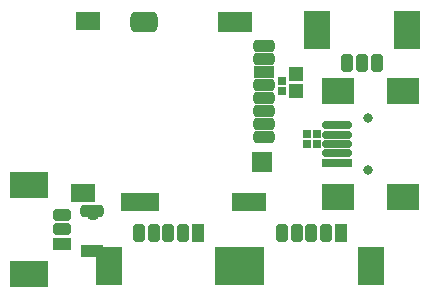
<source format=gbs>
%FSAX25Y25*%
%MOIN*%
G70*
G01*
G75*
G04 Layer_Color=16711935*
%ADD10C,0.05000*%
%ADD11R,0.02165X0.02362*%
%ADD12R,0.05906X0.01181*%
%ADD13R,0.01181X0.05906*%
%ADD14R,0.02362X0.02165*%
%ADD15R,0.04528X0.05512*%
%ADD16R,0.03740X0.03740*%
%ADD17R,0.02165X0.05709*%
%ADD18R,0.02165X0.05709*%
%ADD19R,0.04331X0.02559*%
%ADD20R,0.05118X0.05906*%
%ADD21R,0.02165X0.05709*%
%ADD22R,0.11024X0.02953*%
G04:AMPARAMS|DCode=23|XSize=31.5mil|YSize=51.18mil|CornerRadius=7.87mil|HoleSize=0mil|Usage=FLASHONLY|Rotation=90.000|XOffset=0mil|YOffset=0mil|HoleType=Round|Shape=RoundedRectangle|*
%AMROUNDEDRECTD23*
21,1,0.03150,0.03543,0,0,90.0*
21,1,0.01575,0.05118,0,0,90.0*
1,1,0.01575,0.01772,0.00787*
1,1,0.01575,0.01772,-0.00787*
1,1,0.01575,-0.01772,-0.00787*
1,1,0.01575,-0.01772,0.00787*
%
%ADD23ROUNDEDRECTD23*%
%ADD24R,0.11811X0.08268*%
%ADD25R,0.03150X0.03150*%
%ADD26C,0.01000*%
%ADD27C,0.02000*%
%ADD28C,0.01500*%
%ADD29C,0.01800*%
%ADD30C,0.03000*%
%ADD31C,0.02362*%
%ADD32C,0.03150*%
%ADD33C,0.03500*%
%ADD34R,0.06890X0.03347*%
G04:AMPARAMS|DCode=35|XSize=68.9mil|YSize=33.47mil|CornerRadius=8.37mil|HoleSize=0mil|Usage=FLASHONLY|Rotation=180.000|XOffset=0mil|YOffset=0mil|HoleType=Round|Shape=RoundedRectangle|*
%AMROUNDEDRECTD35*
21,1,0.06890,0.01673,0,0,180.0*
21,1,0.05217,0.03347,0,0,180.0*
1,1,0.01673,-0.02608,0.00837*
1,1,0.01673,0.02608,0.00837*
1,1,0.01673,0.02608,-0.00837*
1,1,0.01673,-0.02608,-0.00837*
%
%ADD35ROUNDEDRECTD35*%
%ADD36R,0.09843X0.07874*%
%ADD37R,0.09055X0.01969*%
G04:AMPARAMS|DCode=38|XSize=19.69mil|YSize=90.55mil|CornerRadius=4.92mil|HoleSize=0mil|Usage=FLASHONLY|Rotation=270.000|XOffset=0mil|YOffset=0mil|HoleType=Round|Shape=RoundedRectangle|*
%AMROUNDEDRECTD38*
21,1,0.01969,0.08071,0,0,270.0*
21,1,0.00984,0.09055,0,0,270.0*
1,1,0.00984,-0.04035,-0.00492*
1,1,0.00984,-0.04035,0.00492*
1,1,0.00984,0.04035,0.00492*
1,1,0.00984,0.04035,-0.00492*
%
%ADD38ROUNDEDRECTD38*%
%ADD39R,0.06102X0.06299*%
%ADD40R,0.11024X0.05512*%
%ADD41R,0.11811X0.05512*%
%ADD42R,0.07480X0.05512*%
%ADD43R,0.11024X0.06102*%
G04:AMPARAMS|DCode=44|XSize=61.02mil|YSize=82.68mil|CornerRadius=15.26mil|HoleSize=0mil|Usage=FLASHONLY|Rotation=90.000|XOffset=0mil|YOffset=0mil|HoleType=Round|Shape=RoundedRectangle|*
%AMROUNDEDRECTD44*
21,1,0.06102,0.05217,0,0,90.0*
21,1,0.03051,0.08268,0,0,90.0*
1,1,0.03051,0.02608,0.01526*
1,1,0.03051,0.02608,-0.01526*
1,1,0.03051,-0.02608,-0.01526*
1,1,0.03051,-0.02608,0.01526*
%
%ADD44ROUNDEDRECTD44*%
G04:AMPARAMS|DCode=45|XSize=31.5mil|YSize=62.99mil|CornerRadius=7.87mil|HoleSize=0mil|Usage=FLASHONLY|Rotation=90.000|XOffset=0mil|YOffset=0mil|HoleType=Round|Shape=RoundedRectangle|*
%AMROUNDEDRECTD45*
21,1,0.03150,0.04724,0,0,90.0*
21,1,0.01575,0.06299,0,0,90.0*
1,1,0.01575,0.02362,0.00787*
1,1,0.01575,0.02362,-0.00787*
1,1,0.01575,-0.02362,-0.00787*
1,1,0.01575,-0.02362,0.00787*
%
%ADD45ROUNDEDRECTD45*%
%ADD46R,0.06299X0.03150*%
G04:AMPARAMS|DCode=47|XSize=31.5mil|YSize=51.18mil|CornerRadius=7.87mil|HoleSize=0mil|Usage=FLASHONLY|Rotation=180.000|XOffset=0mil|YOffset=0mil|HoleType=Round|Shape=RoundedRectangle|*
%AMROUNDEDRECTD47*
21,1,0.03150,0.03543,0,0,180.0*
21,1,0.01575,0.05118,0,0,180.0*
1,1,0.01575,-0.00787,0.01772*
1,1,0.01575,0.00787,0.01772*
1,1,0.01575,0.00787,-0.01772*
1,1,0.01575,-0.00787,-0.01772*
%
%ADD47ROUNDEDRECTD47*%
%ADD48R,0.08268X0.11811*%
%ADD49R,0.03150X0.05118*%
%ADD50R,0.05118X0.03150*%
%ADD51R,0.14800X0.13400*%
%ADD52R,0.01955X0.02104*%
%ADD53C,0.00787*%
%ADD54C,0.00984*%
%ADD55C,0.00984*%
%ADD56C,0.00500*%
%ADD57C,0.00700*%
%ADD58C,0.05800*%
%ADD59R,0.02965X0.03162*%
%ADD60R,0.06706X0.01981*%
%ADD61R,0.01981X0.06706*%
%ADD62R,0.03162X0.02965*%
%ADD63R,0.05328X0.06312*%
%ADD64R,0.04540X0.04540*%
%ADD65R,0.02965X0.06509*%
%ADD66R,0.02965X0.06509*%
%ADD67R,0.05131X0.03359*%
%ADD68R,0.05918X0.06706*%
%ADD69R,0.02965X0.06509*%
G04:AMPARAMS|DCode=70|XSize=39.5mil|YSize=59.18mil|CornerRadius=9.87mil|HoleSize=0mil|Usage=FLASHONLY|Rotation=90.000|XOffset=0mil|YOffset=0mil|HoleType=Round|Shape=RoundedRectangle|*
%AMROUNDEDRECTD70*
21,1,0.03950,0.03943,0,0,90.0*
21,1,0.01975,0.05918,0,0,90.0*
1,1,0.01975,0.01972,0.00987*
1,1,0.01975,0.01972,-0.00987*
1,1,0.01975,-0.01972,-0.00987*
1,1,0.01975,-0.01972,0.00987*
%
%ADD70ROUNDEDRECTD70*%
%ADD71R,0.12611X0.09068*%
%ADD72R,0.03950X0.03950*%
%ADD73C,0.03162*%
%ADD74C,0.04300*%
%ADD75C,0.03950*%
%ADD76R,0.07690X0.04147*%
G04:AMPARAMS|DCode=77|XSize=76.9mil|YSize=41.47mil|CornerRadius=10.37mil|HoleSize=0mil|Usage=FLASHONLY|Rotation=180.000|XOffset=0mil|YOffset=0mil|HoleType=Round|Shape=RoundedRectangle|*
%AMROUNDEDRECTD77*
21,1,0.07690,0.02073,0,0,180.0*
21,1,0.05617,0.04147,0,0,180.0*
1,1,0.02073,-0.02808,0.01037*
1,1,0.02073,0.02808,0.01037*
1,1,0.02073,0.02808,-0.01037*
1,1,0.02073,-0.02808,-0.01037*
%
%ADD77ROUNDEDRECTD77*%
%ADD78R,0.10642X0.08674*%
%ADD79R,0.09855X0.02769*%
G04:AMPARAMS|DCode=80|XSize=27.69mil|YSize=98.55mil|CornerRadius=6.92mil|HoleSize=0mil|Usage=FLASHONLY|Rotation=270.000|XOffset=0mil|YOffset=0mil|HoleType=Round|Shape=RoundedRectangle|*
%AMROUNDEDRECTD80*
21,1,0.02769,0.08471,0,0,270.0*
21,1,0.01384,0.09855,0,0,270.0*
1,1,0.01384,-0.04235,-0.00692*
1,1,0.01384,-0.04235,0.00692*
1,1,0.01384,0.04235,0.00692*
1,1,0.01384,0.04235,-0.00692*
%
%ADD80ROUNDEDRECTD80*%
%ADD81R,0.06902X0.07099*%
%ADD82R,0.11824X0.06312*%
%ADD83R,0.12611X0.06312*%
%ADD84R,0.08280X0.06312*%
%ADD85R,0.11824X0.06902*%
G04:AMPARAMS|DCode=86|XSize=69.02mil|YSize=90.68mil|CornerRadius=17.26mil|HoleSize=0mil|Usage=FLASHONLY|Rotation=90.000|XOffset=0mil|YOffset=0mil|HoleType=Round|Shape=RoundedRectangle|*
%AMROUNDEDRECTD86*
21,1,0.06902,0.05617,0,0,90.0*
21,1,0.03451,0.09068,0,0,90.0*
1,1,0.03451,0.02808,0.01726*
1,1,0.03451,0.02808,-0.01726*
1,1,0.03451,-0.02808,-0.01726*
1,1,0.03451,-0.02808,0.01726*
%
%ADD86ROUNDEDRECTD86*%
G04:AMPARAMS|DCode=87|XSize=39.5mil|YSize=70.99mil|CornerRadius=9.87mil|HoleSize=0mil|Usage=FLASHONLY|Rotation=90.000|XOffset=0mil|YOffset=0mil|HoleType=Round|Shape=RoundedRectangle|*
%AMROUNDEDRECTD87*
21,1,0.03950,0.05124,0,0,90.0*
21,1,0.01975,0.07099,0,0,90.0*
1,1,0.01975,0.02562,0.00987*
1,1,0.01975,0.02562,-0.00987*
1,1,0.01975,-0.02562,-0.00987*
1,1,0.01975,-0.02562,0.00987*
%
%ADD87ROUNDEDRECTD87*%
%ADD88R,0.07099X0.03950*%
G04:AMPARAMS|DCode=89|XSize=39.5mil|YSize=59.18mil|CornerRadius=9.87mil|HoleSize=0mil|Usage=FLASHONLY|Rotation=180.000|XOffset=0mil|YOffset=0mil|HoleType=Round|Shape=RoundedRectangle|*
%AMROUNDEDRECTD89*
21,1,0.03950,0.03943,0,0,180.0*
21,1,0.01975,0.05918,0,0,180.0*
1,1,0.01975,-0.00987,0.01972*
1,1,0.01975,0.00987,0.01972*
1,1,0.01975,0.00987,-0.01972*
1,1,0.01975,-0.00987,-0.01972*
%
%ADD89ROUNDEDRECTD89*%
%ADD90R,0.09068X0.12611*%
%ADD91R,0.03950X0.05918*%
%ADD92R,0.05918X0.03950*%
D59*
X0376800Y0299373D02*
D03*
Y0296027D02*
D03*
D62*
X0384927Y0278500D02*
D03*
X0388273D02*
D03*
X0385027Y0281700D02*
D03*
X0388373D02*
D03*
D64*
X0381400Y0296046D02*
D03*
Y0301754D02*
D03*
D70*
X0303213Y0250000D02*
D03*
Y0254921D02*
D03*
D71*
X0292387Y0235039D02*
D03*
Y0264961D02*
D03*
D73*
X0405331Y0287161D02*
D03*
Y0269839D02*
D03*
D74*
X0313500Y0255100D02*
D03*
D75*
X0310800Y0262673D02*
D03*
D76*
X0313400Y0242807D02*
D03*
D77*
Y0256193D02*
D03*
D78*
X0395488Y0260980D02*
D03*
Y0296020D02*
D03*
X0417142D02*
D03*
Y0260980D02*
D03*
D79*
X0395094Y0272201D02*
D03*
D80*
Y0275351D02*
D03*
Y0278500D02*
D03*
Y0281650D02*
D03*
Y0284799D02*
D03*
D81*
X0370040Y0272536D02*
D03*
D82*
X0365611Y0259308D02*
D03*
D83*
X0329194D02*
D03*
D84*
X0311871Y0319544D02*
D03*
X0310240Y0262064D02*
D03*
D85*
X0360887Y0319249D02*
D03*
D86*
X0330572D02*
D03*
D87*
X0370729Y0311119D02*
D03*
Y0306788D02*
D03*
Y0298127D02*
D03*
Y0293796D02*
D03*
Y0289465D02*
D03*
Y0285135D02*
D03*
Y0280804D02*
D03*
D88*
Y0302457D02*
D03*
D89*
X0376579Y0248802D02*
D03*
X0386421D02*
D03*
X0391342D02*
D03*
X0381500D02*
D03*
X0328979D02*
D03*
X0338821D02*
D03*
X0343742D02*
D03*
X0333900D02*
D03*
X0398379Y0305587D02*
D03*
X0403300D02*
D03*
X0408221D02*
D03*
D90*
X0366461Y0237975D02*
D03*
X0406303D02*
D03*
X0318861D02*
D03*
X0358703D02*
D03*
X0388339Y0316413D02*
D03*
X0418261D02*
D03*
D91*
X0396264Y0248802D02*
D03*
X0348664D02*
D03*
D92*
X0303213Y0245079D02*
D03*
M02*

</source>
